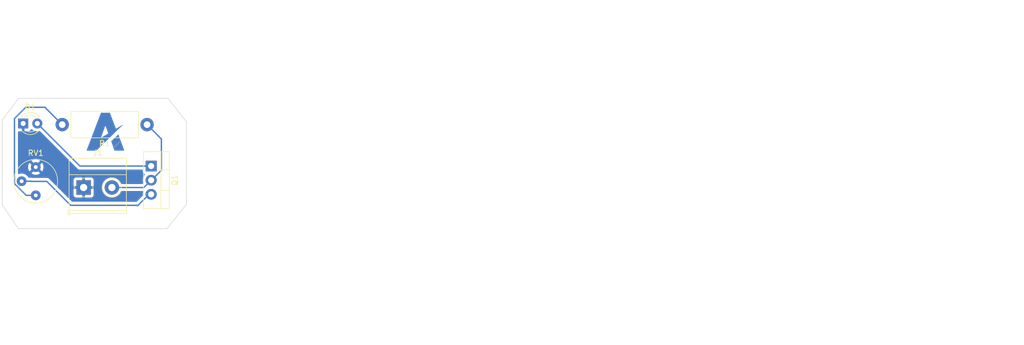
<source format=kicad_pcb>
(kicad_pcb (version 20221018) (generator pcbnew)
  (title_block (title "DC Power Supply") (date "2023-05-15") (company "Goa College of Engineering") (comment 1 "ETC DEPT") (comment 2 "TE ETC") (comment 3 "201104060") (comment 4 "Sahil shaikh"))
  (layers (0 "F.Cu" signal) (31 "B.Cu" signal) (34 "B.Paste" user) (35 "F.Paste" user) (36 "B.SilkS" user "B.Silkscreen") (37 "F.SilkS" user "F.Silkscreen") (38 "B.Mask" user) (39 "F.Mask" user) (44 "Edge.Cuts" user))
  (net 0 "")
  (net 1 "GND")
  (net 2 "Net-(J1-Pin_2)")
  (net 3 "Net-(R1-Pad2)")
  (net 4 "Net-(Q1-G)")
  (net 5 "Net-(D1-A)")
  (footprint "LED_THT:LED_D3.0mm" (layer "F.Cu") (at 80.46 52.3)
    (fp_text reference "D1" (at 1.27 -2.96) (layer "F.SilkS"))
    (fp_text value "LED")
    (pad "1" thru_hole rect (at 0 0) (size 1.8 1.8) (drill 0.9) (layers "*.Cu" "*.Mask") (net 1 "GND"))
    (pad "2" thru_hole circle (at 2.54 0) (size 1.8 1.8) (drill 0.9) (layers "*.Cu" "*.Mask") (net 5 "Net-(D1-A)"))
  )
  (footprint "Resistor_THT:R_Axial_DIN0414_L11.9mm_D4.5mm_P15.24mm_Horizontal" (layer "F.Cu") (at 102.72 52.5 180)
    (fp_text reference "R1" (at 7.62 -3.37) (layer "F.SilkS"))
    (fp_text value "1k")
    (pad "1" thru_hole circle (at 0 0 180) (size 2.4 2.4) (drill 1.2) (layers "*.Cu" "*.Mask") (net 2 "Net-(J1-Pin_2)"))
    (pad "2" thru_hole oval (at 15.24 0 180) (size 2.4 2.4) (drill 1.2) (layers "*.Cu" "*.Mask") (net 3 "Net-(R1-Pad2)"))
  )
  (footprint "Package_TO_SOT_THT:TO-220-3_Vertical" (layer "F.Cu") (at 103.455 59.944332 -90)
    (fp_text reference "Q1" (at 2.54 -4.27 90) (layer "F.SilkS"))
    (fp_text value "TIC116")
    (pad "1" thru_hole rect (at 0 0 270) (size 1.905 2) (drill 1.1) (layers "*.Cu" "*.Mask") (net 5 "Net-(D1-A)"))
    (pad "2" thru_hole oval (at 2.54 0 270) (size 1.905 2) (drill 1.1) (layers "*.Cu" "*.Mask") (net 2 "Net-(J1-Pin_2)"))
    (pad "3" thru_hole oval (at 5.08 0 270) (size 1.905 2) (drill 1.1) (layers "*.Cu" "*.Mask") (net 4 "Net-(Q1-G)"))
  )
  (footprint "TerminalBlock_Phoenix:TerminalBlock_Phoenix_MKDS-1,5-2-5.08_1x02_P5.08mm_Horizontal" (layer "F.Cu") (at 91.32 63.8)
    (fp_text reference "J1" (at 2.54 -6.26) (layer "F.SilkS"))
    (fp_text value "Screw_Terminal_01x02")
    (pad "1" thru_hole rect (at 0 0) (size 2.6 2.6) (drill 1.3) (layers "*.Cu" "*.Mask") (net 1 "GND"))
    (pad "2" thru_hole circle (at 5.08 0) (size 2.6 2.6) (drill 1.3) (layers "*.Cu" "*.Mask") (net 2 "Net-(J1-Pin_2)"))
  )
  (footprint "Potentiometer_THT:Potentiometer_Bourns_3339P_Vertical_HandSoldering" (layer "F.Cu") (at 82.724038 65.209332)
    (fp_text reference "RV1" (at 0 -7.6) (layer "F.SilkS"))
    (fp_text value "10k")
    (pad "1" thru_hole circle (at 0 0) (size 1.75 1.75) (drill 0.7) (layers "*.Cu" "*.Mask") (net 3 "Net-(R1-Pad2)"))
    (pad "2" thru_hole circle (at -2.54 -2.54) (size 1.75 1.75) (drill 0.7) (layers "*.Cu" "*.Mask") (net 4 "Net-(Q1-G)"))
    (pad "3" thru_hole circle (at 0 -5.08) (size 1.75 1.75) (drill 0.7) (layers "*.Cu" "*.Mask") (net 1 "GND"))
  )
  (gr_poly (pts (xy 95.241741 50.365594) (xy 96.04043 50.374061) (xy 96.373453 51.24895) (xy 96.872986 52.561284) (xy 96.930809 52.715045) (xy 96.981554 52.8484) (xy 97.025287 52.961581) (xy 97.062075 53.054819) (xy 97.091984 53.128346) (xy 97.11508 53.182392) (xy 97.124093 53.202183) (xy 97.131429 53.21719) (xy 97.137094 53.227444) (xy 97.141097 53.232972) (xy 97.144807 53.233955) (xy 97.151994 53.232503) (xy 97.178535 53.221286) (xy 97.224193 53.197303) (xy 97.292439 53.158536) (xy 97.510588 53.028581) (xy 97.860764 52.815283) (xy 98.083201 52.679216) (xy 98.244321 52.582406) (xy 98.302735 52.548836) (xy 98.346836 52.525217) (xy 98.376965 52.511594) (xy 98.386895 52.508546) (xy 98.393458 52.508014) (xy 98.395491 52.508693) (xy 98.396698 52.510003) (xy 98.396657 52.51452) (xy 98.393376 52.52157) (xy 98.386899 52.531159) (xy 98.364524 52.557977) (xy 98.32987 52.595018) (xy 98.225084 52.699953) (xy 98.075253 52.846328) (xy 97.909359 53.005828) (xy 97.768336 53.140192) (xy 97.711616 53.1934) (xy 97.666471 53.234868) (xy 97.634688 53.262776) (xy 97.624365 53.271077) (xy 97.618052 53.275305) (xy 97.600562 53.289637) (xy 97.564386 53.322754) (xy 97.444839 53.436878) (xy 97.277137 53.600743) (xy 97.079009 53.797416) (xy 96.380729 54.486524) (xy 95.704939 55.142558) (xy 95.186311 55.636138) (xy 95.028019 55.781576) (xy 94.981493 55.821882) (xy 94.959519 55.837883) (xy 94.957147 55.838726) (xy 94.954795 55.839664) (xy 94.950165 55.841813) (xy 94.94566 55.844301) (xy 94.941307 55.847099) (xy 94.937136 55.850179) (xy 94.933177 55.85351) (xy 94.929457 55.857065) (xy 94.926005 55.860814) (xy 94.922852 55.864728) (xy 94.920025 55.868779) (xy 94.917553 55.872937) (xy 94.91646 55.875047) (xy 94.915466 55.877174) (xy 94.914576 55.879313) (xy 94.913792 55.88146) (xy 94.91312 55.883613) (xy 94.912561 55.885767) (xy 94.91212 55.887919) (xy 94.911801 55.890066) (xy 94.911607 55.892203) (xy 94.911541 55.894327) (xy 94.911459 55.896435) (xy 94.911216 55.898525) (xy 94.910816 55.900594) (xy 94.910262 55.90264) (xy 94.90956 55.904661) (xy 94.908713 55.906655) (xy 94.907726 55.908621) (xy 94.906602 55.910555) (xy 94.905346 55.912457) (xy 94.903962 55.914323) (xy 94.900826 55.917942) (xy 94.897226 55.921395) (xy 94.893197 55.924666) (xy 94.888771 55.927739) (xy 94.883981 55.930598) (xy 94.87886 55.933224) (xy 94.873441 55.935603) (xy 94.867758 55.937716) (xy 94.861844 55.939549) (xy 94.855731 55.941084) (xy 94.849453 55.942305) (xy 94.841747 55.943561) (xy 94.83807 55.944337) (xy 94.834509 55.94521) (xy 94.831067 55.946181) (xy 94.827742 55.947248) (xy 94.824537 55.948411) (xy 94.821451 55.94967) (xy 94.818485 55.951023) (xy 94.815639 55.952472) (xy 94.812914 55.954014) (xy 94.810311 55.95565) (xy 94.807829 55.957379) (xy 94.805471 55.959201) (xy 94.803235 55.961114) (xy 94.801122 55.963119) (xy 94.799134 55.965215) (xy 94.79727 55.967401) (xy 94.795531 55.969678) (xy 94.793918 55.972043) (xy 94.792431 55.974498) (xy 94.79107 55.977041) (xy 94.789837 55.979671) (xy 94.788731 55.98239) (xy 94.787753 55.985194) (xy 94.786904 55.988086) (xy 94.786185 55.991063) (xy 94.785595 55.994125) (xy 94.785135 55.997272) (xy 94.784806 56.000503) (xy 94.784608 56.003818) (xy 94.784542 56.007216) (xy 94.784509 56.009853) (xy 94.784412 56.012469) (xy 94.784253 56.015061) (xy 94.784035 56.017623) (xy 94.783758 56.020153) (xy 94.783425 56.022645) (xy 94.783039 56.025096) (xy 94.782601 56.027501) (xy 94.782114 56.029857) (xy 94.781579 56.032159) (xy 94.780998 56.034403) (xy 94.780374 56.036585) (xy 94.779709 56.038701) (xy 94.779005 56.040747) (xy 94.778263 56.042718) (xy 94.777486 56.044611) (xy 94.776676 56.046421) (xy 94.775835 56.048144) (xy 94.774965 56.049777) (xy 94.774068 56.051314) (xy 94.773147 56.052752) (xy 94.772203 56.054087) (xy 94.771238 56.055314) (xy 94.770254 56.056429) (xy 94.769254 56.057429) (xy 94.768239 56.058309) (xy 94.767212 56.059065) (xy 94.766175 56.059693) (xy 94.765129 56.060188) (xy 94.764078 56.060547) (xy 94.763022 56.060766) (xy 94.761964 56.060839) (xy 94.756425 56.063768) (xy 94.7453 56.07236) (xy 94.707503 56.105377) (xy 94.650987 56.157577) (xy 94.578166 56.226645) (xy 94.393267 56.40612) (xy 94.172119 56.625283) (xy 93.604852 57.186906) (xy 92.727141 57.186906) (xy 92.550868 57.186399) (xy 92.386402 57.184966) (xy 92.237348 57.182739) (xy 92.107311 57.17985) (xy 91.999896 57.176433) (xy 91.918707 57.172618) (xy 91.86735 57.168539) (xy 91.853985 57.166441) (xy 91.850578 57.165385) (xy 91.84943 57.164327) (xy 91.862781 57.122573) (xy 91.898555 57.023437) (xy 92.011708 56.720886) (xy 92.137562 56.392406) (xy 92.224786 56.173728) (xy 92.235898 56.146757) (xy 92.244365 56.125706) (xy 92.25098 56.108293) (xy 92.256536 56.092236) (xy 92.260481 56.079575) (xy 94.506409 56.079575) (xy 94.506475 56.088886) (xy 94.507028 56.097705) (xy 94.508079 56.105971) (xy 94.509639 56.113624) (xy 94.511721 56.120602) (xy 94.514334 56.126847) (xy 94.517492 56.132296) (xy 94.521204 56.13689) (xy 94.525483 56.140569) (xy 94.530339 56.143271) (xy 94.535785 56.144937) (xy 94.541831 56.145506) (xy 94.547454 56.145208) (xy 94.550118 56.144834) (xy 94.552684 56.14431) (xy 94.555153 56.143635) (xy 94.557526 56.142808) (xy 94.559802 56.14183) (xy 94.561983 56.140699) (xy 94.564069 56.139415) (xy 94.56606 56.137978) (xy 94.567957 56.136387) (xy 94.569761 56.134641) (xy 94.571471 56.132741) (xy 94.573089 56.130684) (xy 94.574615 56.128472) (xy 94.57605 56.126103) (xy 94.578647 56.120893) (xy 94.580884 56.115051) (xy 94.582766 56.108572) (xy 94.584296 56.101452) (xy 94.585479 56.093688) (xy 94.586319 56.085274) (xy 94.58682 56.076208) (xy 94.586986 56.066484) (xy 94.587279 56.057863) (xy 94.588138 56.048977) (xy 94.589535 56.039893) (xy 94.59144 56.030676) (xy 94.593825 56.021394) (xy 94.59666 56.012111) (xy 94.599917 56.002895) (xy 94.603567 55.993811) (xy 94.60758 55.984926) (xy 94.611928 55.976305) (xy 94.616583 55.968014) (xy 94.621514 55.960121) (xy 94.626693 55.952691) (xy 94.632092 55.945789) (xy 94.63768 55.939484) (xy 94.64343 55.933839) (xy 94.64918 55.928488) (xy 94.654769 55.923041) (xy 94.660167 55.917536) (xy 94.665347 55.912011) (xy 94.670278 55.906502) (xy 94.674932 55.901047) (xy 94.679281 55.895683) (xy 94.683294 55.890447) (xy 94.686944 55.885377) (xy 94.690201 55.880509) (xy 94.693036 55.875881) (xy 94.695421 55.871529) (xy 94.697326 55.867492) (xy 94.698723 55.863807) (xy 94.699222 55.862107) (xy 94.699582 55.86051) (xy 94.699801 55.859019) (xy 94.699875 55.857639) (xy 94.699743 55.854339) (xy 94.699352 55.85132) (xy 94.698705 55.848578) (xy 94.697808 55.846113) (xy 94.696665 55.843923) (xy 94.69528 55.842006) (xy 94.693659 55.840361) (xy 94.691805 55.838986) (xy 94.689724 55.83788) (xy 94.687421 55.837041) (xy 94.684899 55.836467) (xy 94.682164 55.836158) (xy 94.679221 55.836111) (xy 94.676073 55.836326) (xy 94.672725 55.836799) (xy 94.669183 55.837531) (xy 94.661533 55.839761) (xy 94.653159 55.843004) (xy 94.6441 55.847248) (xy 94.634391 55.85248) (xy 94.62407 55.858687) (xy 94.613174 55.865858) (xy 94.601742 55.87398) (xy 94.589808 55.88304) (xy 94.582526 55.889503) (xy 94.575503 55.896684) (xy 94.568751 55.904521) (xy 94.562281 55.912954) (xy 94.556104 55.921922) (xy 94.550233 55.931365) (xy 94.544677 55.941222) (xy 94.539449 55.951434) (xy 94.534561 55.961939) (xy 94.530022 55.972677) (xy 94.522042 55.994611) (xy 94.5156 56.016751) (xy 94.510786 56.038614) (xy 94.509018 56.049291) (xy 94.507692 56.059717) (xy 94.506819 56.069832) (xy 94.506409 56.079575) (xy 92.260481 56.079575) (xy 92.261828 56.075253) (xy 92.267649 56.055062) (xy 92.284053 55.995928) (xy 92.286762 55.988096) (xy 92.289587 55.9805) (xy 92.292511 55.973176) (xy 92.295518 55.966163) (xy 92.298591 55.959496) (xy 92.301714 55.953214) (xy 92.304869 55.947354) (xy 92.308042 55.941953) (xy 92.309629 55.939436) (xy 92.311214 55.937048) (xy 92.312795 55.934793) (xy 92.31437 55.932676) (xy 92.315936 55.930702) (xy 92.317492 55.928875) (xy 92.319036 55.9272) (xy 92.320565 55.925681) (xy 92.322078 55.924324) (xy 92.323572 55.923132) (xy 92.325046 55.922111) (xy 92.326496 55.921266) (xy 92.327922 55.9206) (xy 92.329321 55.920118) (xy 92.330691 55.919826) (xy 92.33203 55.919728) (xy 92.333345 55.919662) (xy 92.334641 55.919467) (xy 92.335918 55.919146) (xy 92.337173 55.918703) (xy 92.338406 55.918139) (xy 92.339615 55.917458) (xy 92.340797 55.916664) (xy 92.341952 55.915759) (xy 92.344174 55.91363) (xy 92.346268 55.911096) (xy 92.348222 55.908181) (xy 92.350022 55.904911) (xy 92.351657 55.90131) (xy 92.353115 55.897404) (xy 92.354382 55.893216) (xy 92.355446 55.888772) (xy 92.356296 55.884096) (xy 92.356918 55.879214) (xy 92.3573 55.87415) (xy 92.35743 55.868928) (xy 92.357692 55.863456) (xy 92.358461 55.856636) (xy 92.361443 55.839383) (xy 92.366211 55.818029) (xy 92.3726 55.793434) (xy 92.380444 55.766457) (xy 92.389577 55.737959) (xy 92.399836 55.7088) (xy 92.411053 55.679839) (xy 92.669992 54.995097) (xy 92.731025 54.835889) (xy 94.46065 54.835889) (xy 94.460724 54.837961) (xy 94.460925 54.839768) (xy 94.46125 54.841328) (xy 94.461691 54.842658) (xy 94.462244 54.843778) (xy 94.462902 54.844704) (xy 94.46366 54.845454) (xy 94.464512 54.846046) (xy 94.465452 54.846499) (xy 94.466475 54.846829) (xy 94.467574 54.847054) (xy 94.468744 54.847193) (xy 94.471275 54.847283) (xy 94.485992 54.840884) (xy 94.520223 54.822545) (xy 94.638492 54.755208) (xy 94.808619 54.655593) (xy 95.013142 54.534017) (xy 95.408958 54.296244) (xy 95.631208 54.164305) (xy 95.669793 54.14186) (xy 95.702822 54.122325) (xy 95.716178 54.114227) (xy 95.726855 54.107552) (xy 95.734423 54.102531) (xy 95.736907 54.100713) (xy 95.738453 54.099395) (xy 95.740091 54.096377) (xy 95.740575 54.090994) (xy 95.73691 54.069761) (xy 95.725108 54.028949) (xy 95.702822 53.961811) (xy 95.617406 53.721569) (xy 95.461875 53.295061) (xy 95.382588 53.080131) (xy 95.346682 52.984804) (xy 95.314414 52.900655) (xy 95.286644 52.830001) (xy 95.264231 52.775155) (xy 95.248036 52.738433) (xy 95.242539 52.727592) (xy 95.238919 52.72215) (xy 95.234334 52.719826) (xy 95.2287 52.722216) (xy 95.212196 52.746491) (xy 95.185242 52.805692) (xy 95.143669 52.910533) (xy 95 53.3) (xy 94.747852 54.000617) (xy 94.649731 54.273601) (xy 94.60987 54.384767) (xy 94.575653 54.480571) (xy 94.560545 54.523069) (xy 94.546711 54.562154) (xy 94.534103 54.597969) (xy 94.522676 54.630656) (xy 94.512383 54.660359) (xy 94.50318 54.687219) (xy 94.495019 54.71138) (xy 94.487856 54.732983) (xy 94.481643 54.752173) (xy 94.476334 54.769091) (xy 94.471885 54.78388) (xy 94.469968 54.79052) (xy 94.468249 54.796682) (xy 94.466721 54.802383) (xy 94.465379 54.80764) (xy 94.464218 54.812473) (xy 94.463231 54.816898) (xy 94.462412 54.820933) (xy 94.461757 54.824596) (xy 94.461259 54.827906) (xy 94.460912 54.830879) (xy 94.460711 54.833534) (xy 94.46065 54.835889) (xy 92.731025 54.835889) (xy 92.975497 54.198173) (xy 94.081809 51.291284) (xy 94.294886 50.735306) (xy 94.368352 50.545158) (xy 94.406364 50.450261) (xy 94.443053 50.35995)) (fill solid) (layer "B.Cu"))
  (gr_poly (pts (xy 96.893364 56.495549) (xy 96.894647 56.495729) (xy 96.895944 56.496018) (xy 96.897251 56.496416) (xy 96.898566 56.496926) (xy 96.899886 56.497548) (xy 96.901208 56.498284) (xy 96.904315 56.5) (xy 96.907282 56.50196) (xy 96.910101 56.504144) (xy 96.912762 56.50653) (xy 96.915257 56.509098) (xy 96.917579 56.511827) (xy 96.919719 56.514696) (xy 96.921669 56.517686) (xy 96.923421 56.520775) (xy 96.924966 56.523942) (xy 96.926296 56.527168) (xy 96.927402 56.53043) (xy 96.928277 56.533709) (xy 96.928912 56.536984) (xy 96.9293 56.540234) (xy 96.929431 56.543438) (xy 96.929398 56.544753) (xy 96.9293 56.546049) (xy 96.929138 56.547326) (xy 96.928912 56.548581) (xy 96.928625 56.549814) (xy 96.928277 56.551022) (xy 96.927869 56.552205) (xy 96.927402 56.55336) (xy 96.926877 56.554487) (xy 96.926296 56.555582) (xy 96.925658 56.556646) (xy 96.924966 56.557676) (xy 96.92422 56.558671) (xy 96.923421 56.55963) (xy 96.92257 56.56055) (xy 96.921669 56.56143) (xy 96.920719 56.562269) (xy 96.919719 56.563065) (xy 96.918673 56.563817) (xy 96.917579 56.564523) (xy 96.916441 56.565181) (xy 96.915257 56.56579) (xy 96.914031 56.566348) (xy 96.912762 56.566855) (xy 96.911451 56.567307) (xy 96.910101 56.567704) (xy 96.908711 56.568045) (xy 96.907282 56.568326) (xy 96.905817 56.568548) (xy 96.904315 56.568709) (xy 96.902779 56.568806) (xy 96.901208 56.568839) (xy 96.899886 56.568782) (xy 96.898566 56.568611) (xy 96.897251 56.56833) (xy 96.895944 56.567941) (xy 96.894647 56.567446) (xy 96.893364 56.566849) (xy 96.892095 56.566151) (xy 96.890845 56.565355) (xy 96.88841 56.563482) (xy 96.886077 56.561249) (xy 96.883869 56.558677) (xy 96.881805 56.555786) (xy 96.879907 56.552598) (xy 96.878195 56.549133) (xy 96.876689 56.545412) (xy 96.875411 56.541455) (xy 96.874381 56.537283) (xy 96.87362 56.532916) (xy 96.873148 56.528376) (xy 96.872986 56.523683) (xy 96.873027 56.5216) (xy 96.873148 56.519584) (xy 96.873346 56.517638) (xy 96.87362 56.515762) (xy 96.873966 56.513959) (xy 96.874381 56.51223) (xy 96.874864 56.510576) (xy 96.875411 56.508999) (xy 96.876021 56.5075) (xy 96.876689 56.506082) (xy 96.877415 56.504745) (xy 96.878195 56.503492) (xy 96.879027 56.502323) (xy 96.879907 56.501241) (xy 96.880834 56.500247) (xy 96.881805 56.499342) (xy 96.882818 56.498527) (xy 96.883869 56.497806) (xy 96.884956 56.497178) (xy 96.886077 56.496646) (xy 96.887229 56.496211) (xy 96.88841 56.495875) (xy 96.889616 56.495639) (xy 96.890845 56.495505) (xy 96.892095 56.495475)) (fill solid) (layer "B.Cu"))
  (gr_poly (pts (xy 97.563659 54.257378) (xy 97.565994 54.257991) (xy 97.568137 54.258962) (xy 97.569136 54.259582) (xy 97.570086 54.260292) (xy 97.571839 54.261981) (xy 97.573393 54.26403) (xy 97.574746 54.266438) (xy 97.575897 54.269208) (xy 97.576844 54.272339) (xy 97.577583 54.275831) (xy 97.578114 54.279686) (xy 97.578434 54.283903) (xy 97.578541 54.288484) (xy 97.57903 54.293454) (xy 97.580465 54.300859) (xy 97.585994 54.322395) (xy 97.594764 54.351934) (xy 97.606411 54.38832) (xy 97.620572 54.430394) (xy 97.636882 54.476999) (xy 97.654979 54.526978) (xy 97.674497 54.579172) (xy 97.786328 54.874094) (xy 97.917208 55.228284) (xy 98.050558 55.586353) (xy 98.162742 55.891506) (xy 98.354653 56.413617) (xy 98.535275 56.901861) (xy 98.544563 56.926016) (xy 98.55336 56.949712) (xy 98.561636 56.972821) (xy 98.569362 56.995215) (xy 98.576509 57.016765) (xy 98.583049 57.037344) (xy 98.588952 57.056824) (xy 98.594189 57.075075) (xy 98.598732 57.09197) (xy 98.602551 57.107382) (xy 98.605618 57.121181) (xy 98.607903 57.133239) (xy 98.609378 57.143429) (xy 98.610014 57.151622) (xy 98.609782 57.157691) (xy 98.609331 57.159888) (xy 98.608652 57.161506) (xy 98.602825 57.164084) (xy 98.588759 57.166522) (xy 98.537347 57.170943) (xy 98.351478 57.177733) (xy 98.074062 57.181349) (xy 97.72812 57.181262) (xy 96.86452 57.175617) (xy 96.743164 56.822839) (xy 96.622694 56.469945) (xy 96.855321 56.469945) (xy 96.855336 56.479674) (xy 96.856052 56.503928) (xy 96.856592 56.511515) (xy 96.857658 56.518918) (xy 96.859216 56.526117) (xy 96.861228 56.533093) (xy 96.86366 56.539827) (xy 96.866477 56.5463) (xy 96.869641 56.552494) (xy 96.873118 56.558388) (xy 96.876872 56.563964) (xy 96.880867 56.569202) (xy 96.885068 56.574084) (xy 96.88944 56.57859) (xy 96.893945 56.582701) (xy 96.898549 56.586398) (xy 96.903216 56.589663) (xy 96.907911 56.592475) (xy 96.912597 56.594816) (xy 96.91724 56.596666) (xy 96.921802 56.598007) (xy 96.92625 56.59882) (xy 96.930546 56.599084) (xy 96.934657 56.598782) (xy 96.938544 56.597893) (xy 96.942174 56.5964) (xy 96.945511 56.594282) (xy 96.948518 56.591521) (xy 96.951161 56.588097) (xy 96.953403 56.583992) (xy 96.955209 56.579186) (xy 96.956543 56.573661) (xy 96.957369 56.567396) (xy 96.957653 56.560373) (xy 96.957392 56.55598) (xy 96.956622 56.551289) (xy 96.955364 56.546333) (xy 96.95364 56.541146) (xy 96.951469 56.53576) (xy 96.948872 56.53021) (xy 96.94587 56.524526) (xy 96.942483 56.518744) (xy 96.938733 56.512896) (xy 96.93464 56.507014) (xy 96.930224 56.501133) (xy 96.925506 56.495284) (xy 96.920507 56.489502) (xy 96.915248 56.483819) (xy 96.909749 56.478268) (xy 96.904031 56.472883) (xy 96.895554 56.464984) (xy 96.888078 56.458243) (xy 96.881545 56.452692) (xy 96.875896 56.448365) (xy 96.873386 56.446671) (xy 96.871075 56.445295) (xy 96.868956 56.444241) (xy 96.867022 56.443514) (xy 96.865266 56.443118) (xy 96.86368 56.443057) (xy 96.862258 56.443334) (xy 96.860992 56.443955) (xy 96.859874 56.444923) (xy 96.858898 56.446243) (xy 96.858057 56.447918) (xy 96.857342 56.449953) (xy 96.856748 56.452351) (xy 96.856266 56.455117) (xy 96.855612 56.461771) (xy 96.855321 56.469945) (xy 96.622694 56.469945) (xy 96.608403 56.42808) (xy 96.607307 56.424905) (xy 96.957653 56.424905) (xy 96.957686 56.426501) (xy 96.957784 56.42811) (xy 96.957946 56.429731) (xy 96.958171 56.43136) (xy 96.958458 56.432996) (xy 96.958806 56.434635) (xy 96.959214 56.436276) (xy 96.959681 56.437914) (xy 96.960788 56.441177) (xy 96.962117 56.444402) (xy 96.963662 56.44757) (xy 96.965414 56.450659) (xy 96.967363 56.453648) (xy 96.96841 56.455099) (xy 96.969504 56.456518) (xy 96.970642 56.457901) (xy 96.971826 56.459247) (xy 96.973052 56.460553) (xy 96.974321 56.461815) (xy 96.975631 56.463032) (xy 96.976982 56.464201) (xy 96.978372 56.465319) (xy 96.9798 56.466385) (xy 96.981266 56.467394) (xy 96.982767 56.468345) (xy 96.984304 56.469235) (xy 96.985875 56.470061) (xy 96.987421 56.470797) (xy 96.988885 56.471419) (xy 96.990268 56.471928) (xy 96.991569 56.472327) (xy 96.99279 56.472615) (xy 96.99393 56.472796) (xy 96.994991 56.47287) (xy 96.995973 56.472839) (xy 96.996877 56.472705) (xy 96.997702 56.472469) (xy 96.99845 56.472133) (xy 96.999121 56.471698) (xy 96.999715 56.471166) (xy 97.000233 56.470539) (xy 97.000676 56.469817) (xy 97.001044 56.469003) (xy 97.001338 56.468098) (xy 97.001558 56.467103) (xy 97.001704 56.466021) (xy 97.001778 56.464852) (xy 97.001779 56.463599) (xy 97.001708 56.462262) (xy 97.001353 56.459345) (xy 97.000717 56.456114) (xy 96.999804 56.452582) (xy 96.998618 56.44876) (xy 96.997164 56.444661) (xy 96.995312 56.440022) (xy 96.993464 56.435633) (xy 96.991624 56.431494) (xy 96.989794 56.427606) (xy 96.987979 56.42397) (xy 96.986182 56.420588) (xy 96.984406 56.41746) (xy 96.982656 56.414587) (xy 96.980935 56.41197) (xy 96.979246 56.409611) (xy 96.977593 56.40751) (xy 96.975981 56.405668) (xy 96.974411 56.404087) (xy 96.972889 56.402767) (xy 96.971417 56.40171) (xy 96.97 56.400917) (xy 96.96864 56.400388) (xy 96.967342 56.400124) (xy 96.96611 56.400127) (xy 96.964945 56.400398) (xy 96.963853 56.400938) (xy 96.962838 56.401747) (xy 96.961901 56.402828) (xy 96.961048 56.40418) (xy 96.960282 56.405805) (xy 96.959606 56.407703) (xy 96.959024 56.409877) (xy 96.95854 56.412327) (xy 96.958157 56.415053) (xy 96.957879 56.418058) (xy 96.95771 56.421342) (xy 96.957653 56.424905) (xy 96.607307 56.424905) (xy 96.586736 56.365285) (xy 97.030675 56.365285) (xy 97.030744 56.36985) (xy 97.031102 56.374374) (xy 97.031744 56.378838) (xy 97.032663 56.383223) (xy 97.033853 56.387511) (xy 97.035307 56.391683) (xy 97.03702 56.395721) (xy 97.038984 56.399606) (xy 97.041195 56.40332) (xy 97.043646 56.406843) (xy 97.04633 56.410158) (xy 97.049241 56.413245) (xy 97.052374 56.416086) (xy 97.055721 56.418663) (xy 97.059278 56.420956) (xy 97.063037 56.422948) (xy 97.066992 56.424619) (xy 97.071137 56.425951) (xy 97.075467 56.426926) (xy 97.079974 56.427524) (xy 97.084653 56.427728) (xy 97.086777 56.427687) (xy 97.088915 56.427564) (xy 97.091063 56.427363) (xy 97.093219 56.427083) (xy 97.095378 56.426726) (xy 97.097539 56.426295) (xy 97.101851 56.425214) (xy 97.10613 56.423852) (xy 97.110351 56.422221) (xy 97.114489 56.420334) (xy 97.11852 56.418203) (xy 97.122418 56.41584) (xy 97.126159 56.413258) (xy 97.129719 56.41047) (xy 97.133072 56.407487) (xy 97.134663 56.405927) (xy 97.136193 56.404323) (xy 97.137659 56.402676) (xy 97.139058 56.400988) (xy 97.140386 56.399262) (xy 97.141641 56.397497) (xy 97.14282 56.395696) (xy 97.143919 56.393861) (xy 97.146301 56.390323) (xy 97.148158 56.38712) (xy 97.148891 56.385645) (xy 97.149494 56.384255) (xy 97.149968 56.382952) (xy 97.150313 56.381734) (xy 97.150531 56.380604) (xy 97.15062 56.37956) (xy 97.150583 56.378605) (xy 97.150418 56.377738) (xy 97.150128 56.37696) (xy 97.149712 56.376271) (xy 97.149171 56.375672) (xy 97.148506 56.375164) (xy 97.147716 56.374746) (xy 97.146803 56.37442) (xy 97.145767 56.374186) (xy 97.144609 56.374045) (xy 97.143328 56.373996) (xy 97.141926 56.374041) (xy 97.140404 56.374181) (xy 97.13876 56.374414) (xy 97.135115 56.375167) (xy 97.130994 56.376305) (xy 97.126402 56.377831) (xy 97.121342 56.37975) (xy 97.115319 56.381632) (xy 97.109937 56.38303) (xy 97.105175 56.383923) (xy 97.103021 56.384175) (xy 97.101013 56.384292) (xy 97.09915 56.384273) (xy 97.097429 56.384115) (xy 97.095848 56.383815) (xy 97.094404 56.383372) (xy 97.093094 56.382781) (xy 97.091916 56.382041) (xy 97.090867 56.381149) (xy 97.089944 56.380103) (xy 97.089146 56.378899) (xy 97.088469 56.377536) (xy 97.087911 56.376011) (xy 97.087469 56.374321) (xy 97.087141 56.372463) (xy 97.086924 56.370435) (xy 97.086816 56.368235) (xy 97.086813 56.365859) (xy 97.087116 56.360572) (xy 97.087811 56.354554) (xy 97.088879 56.347783) (xy 97.090297 56.340239) (xy 97.09314 56.329257) (xy 97.095313 56.31959) (xy 97.096809 56.31123) (xy 97.097299 56.307537) (xy 97.097617 56.304168) (xy 97.097762 56.301121) (xy 97.097732 56.298395) (xy 97.097526 56.29599) (xy 97.097143 56.293904) (xy 97.096583 56.292136) (xy 97.095844 56.290686) (xy 97.094925 56.289552) (xy 97.093825 56.288733) (xy 97.092543 56.288229) (xy 97.091079 56.288037) (xy 97.08943 56.288158) (xy 97.087596 56.28859) (xy 97.085577 56.289332) (xy 97.08337 56.290383) (xy 97.080975 56.291742) (xy 97.078391 56.293407) (xy 97.075617 56.295379) (xy 97.072651 56.297656) (xy 97.066143 56.30312) (xy 97.058857 56.309791) (xy 97.050786 56.317661) (xy 97.047263 56.321453) (xy 97.044097 56.325408) (xy 97.041283 56.329508) (xy 97.038814 56.333734) (xy 97.036684 56.338068) (xy 97.034886 56.34249) (xy 97.033415 56.346983) (xy 97.032265 56.351528) (xy 97.031429 56.356105) (xy 97.030901 56.360697) (xy 97.030675 56.365285) (xy 96.586736 56.365285) (xy 96.544089 56.241688) (xy 97.131239 56.241688) (xy 97.131356 56.246308) (xy 97.131925 56.250986) (xy 97.132941 56.255689) (xy 97.134397 56.260384) (xy 97.136288 56.265036) (xy 97.138606 56.269612) (xy 97.141346 56.274078) (xy 97.144501 56.278402) (xy 97.148066 56.282548) (xy 97.152034 56.286484) (xy 97.156398 56.290177) (xy 97.161153 56.293592) (xy 97.166293 56.296696) (xy 97.171811 56.299455) (xy 97.177701 56.301836) (xy 97.183957 56.303805) (xy 97.190573 56.305328) (xy 97.197542 56.306373) (xy 97.212375 56.307282) (xy 97.223074 56.307828) (xy 97.226904 56.307933) (xy 97.229738 56.30791) (xy 97.231588 56.307747) (xy 97.232148 56.307609) (xy 97.232467 56.307431) (xy 97.232545 56.307211) (xy 97.232386 56.306949) (xy 97.23199 56.306642) (xy 97.231359 56.306289) (xy 97.229397 56.30544) (xy 97.226514 56.304388) (xy 97.21803 56.301626) (xy 97.206008 56.297905) (xy 97.20338 56.297079) (xy 97.200787 56.29619) (xy 97.198234 56.29524) (xy 97.195723 56.294234) (xy 97.19084 56.292064) (xy 97.186165 56.289703) (xy 97.18172 56.287177) (xy 97.177533 56.284511) (xy 97.173626 56.281728) (xy 97.170025 56.278855) (xy 97.166755 56.275916) (xy 97.165252 56.274429) (xy 97.16384 56.272935) (xy 97.162524 56.271437) (xy 97.161306 56.269938) (xy 97.160189 56.268441) (xy 97.159177 56.266949) (xy 97.158272 56.265465) (xy 97.157478 56.263993) (xy 97.156797 56.262535) (xy 97.156233 56.261095) (xy 97.15579 56.259676) (xy 97.155469 56.25828) (xy 97.155274 56.256911) (xy 97.155208 56.255572) (xy 97.155282 56.254026) (xy 97.155502 56.252562) (xy 97.155864 56.251179) (xy 97.156366 56.249878) (xy 97.157004 56.248657) (xy 97.157775 56.247517) (xy 97.158677 56.246456) (xy 97.159706 56.245474) (xy 97.160859 56.244571) (xy 97.162133 56.243745) (xy 97.163524 56.242997) (xy 97.165031 56.242327) (xy 97.168375 56.241214) (xy 97.172141 56.240403) (xy 97.176305 56.23989) (xy 97.18084 56.23967) (xy 97.185722 56.23974) (xy 97.190927 56.240094) (xy 97.19643 56.24073) (xy 97.202205 56.241643) (xy 97.208228 56.242829) (xy 97.214475 56.244283) (xy 97.222051 56.24673) (xy 97.228911 56.248776) (xy 97.232077 56.249647) (xy 97.235069 56.250416) (xy 97.237888 56.251084) (xy 97.240537 56.251648) (xy 97.243015 56.252109) (xy 97.245326 56.252466) (xy 97.24747 56.252718) (xy 97.24945 56.252866) (xy 97.251266 56.252908) (xy 97.25292 56.252844) (xy 97.254414 56.252674) (xy 97.25575 56.252397) (xy 97.256929 56.252013) (xy 97.257951 56.25152) (xy 97.25882 56.250919) (xy 97.259537 56.250209) (xy 97.260102 56.249389) (xy 97.260519 56.248459) (xy 97.260787 56.247419) (xy 97.260909 56.246267) (xy 97.260887 56.245004) (xy 97.260721 56.243629) (xy 97.260414 56.242141) (xy 97.259967 56.24054) (xy 97.259381 56.238825) (xy 97.258658 56.236996) (xy 97.2578 56.235053) (xy 97.256809 56.232994) (xy 97.254433 56.229855) (xy 97.251566 56.226798) (xy 97.248245 56.223841) (xy 97.244505 56.221) (xy 97.240386 56.218291) (xy 97.235923 56.21573) (xy 97.231154 56.213335) (xy 97.226116 56.211122) (xy 97.220848 56.209108) (xy 97.215384 56.207308) (xy 97.209764 56.20574) (xy 97.204024 56.20442) (xy 97.198201 56.203364) (xy 97.192332 56.20259) (xy 97.186456 56.202113) (xy 97.180608 56.20195) (xy 97.173736 56.202226) (xy 97.167404 56.20303) (xy 97.161605 56.204329) (xy 97.156333 56.20609) (xy 97.151582 56.208278) (xy 97.147345 56.210861) (xy 97.143617 56.213805) (xy 97.140392 56.217075) (xy 97.137662 56.22064) (xy 97.135423 56.224464) (xy 97.133667 56.228514) (xy 97.132388 56.232757) (xy 97.131581 56.23716) (xy 97.131239 56.241688) (xy 96.544089 56.241688) (xy 96.51043 56.144136) (xy 97.241232 56.144136) (xy 97.241277 56.147785) (xy 97.241606 56.151376) (xy 97.24222 56.154902) (xy 97.24312 56.158359) (xy 97.244308 56.16174) (xy 97.245784 56.16504) (xy 97.247549 56.168254) (xy 97.249605 56.171375) (xy 97.251952 56.174397) (xy 97.254592 56.177316) (xy 97.257526 56.180125) (xy 97.260753 56.182819) (xy 97.264277 56.185392) (xy 97.268097 56.187839) (xy 97.271107 56.189196) (xy 97.27249 56.189704) (xy 97.273791 56.190099) (xy 97.275012 56.190382) (xy 97.276152 56.190555) (xy 97.277213 56.190618) (xy 97.278195 56.190573) (xy 97.279099 56.19042) (xy 97.279924 56.190161) (xy 97.280672 56.189796) (xy 97.281343 56.189327) (xy 97.281937 56.188755) (xy 97.282456 56.18808) (xy 97.282899 56.187304) (xy 97.283267 56.186428) (xy 97.28356 56.185452) (xy 97.28378 56.184379) (xy 97.283926 56.183208) (xy 97.284 56.181941) (xy 97.28393 56.179123) (xy 97.283575 56.175933) (xy 97.282939 56.172379) (xy 97.282026 56.168469) (xy 97.28084 56.164212) (xy 97.279385 56.159617) (xy 97.277005 56.15406) (xy 97.275158 56.149033) (xy 97.274435 56.146718) (xy 97.273848 56.144535) (xy 97.273396 56.142485) (xy 97.27308 56.140567) (xy 97.2729 56.138781) (xy 97.272857 56.137127) (xy 97.272952 56.135606) (xy 97.273185 56.134217) (xy 97.273556 56.13296) (xy 97.274066 56.131835) (xy 97.274716 56.130843) (xy 97.275505 56.129983) (xy 97.276436 56.129256) (xy 97.277507 56.12866) (xy 97.27872 56.128197) (xy 97.280075 56.127866) (xy 97.281573 56.127668) (xy 97.283213 56.127602) (xy 97.284998 56.127668) (xy 97.286927 56.127866) (xy 97.289 56.128197) (xy 97.291218 56.12866) (xy 97.293583 56.129255) (xy 97.296093 56.129983) (xy 97.301555 56.131835) (xy 97.307608 56.134216) (xy 97.314126 56.136595) (xy 97.319928 56.138433) (xy 97.325027 56.139717) (xy 97.327317 56.140147) (xy 97.329436 56.140434) (xy 97.331386 56.140576) (xy 97.333168 56.140572) (xy 97.334783 56.140421) (xy 97.336233 56.14012) (xy 97.33752 56.139668) (xy 97.338645 56.139063) (xy 97.33961 56.138305) (xy 97.340417 56.137391) (xy 97.341066 56.13632) (xy 97.34156 56.135091) (xy 97.3419 56.133701) (xy 97.342087 56.132149) (xy 97.342123 56.130434) (xy 97.34201 56.128555) (xy 97.34175 56.126509) (xy 97.341343 56.124294) (xy 97.340791 56.121911) (xy 97.340096 56.119356) (xy 97.338284 56.113728) (xy 97.335917 56.107396) (xy 97.333009 56.10035) (xy 97.33007 56.091913) (xy 97.327623 56.08458) (xy 97.325697 56.07833) (xy 97.324321 56.073142) (xy 97.323849 56.07094) (xy 97.323524 56.068996) (xy 97.323352 56.067308) (xy 97.323335 56.065872) (xy 97.323477 56.064686) (xy 97.323782 56.063747) (xy 97.324253 56.063054) (xy 97.324895 56.062603) (xy 97.32571 56.062392) (xy 97.326702 56.062418) (xy 97.327875 56.062678) (xy 97.329233 56.063171) (xy 97.330779 56.063893) (xy 97.332516 56.064842) (xy 97.336581 56.06741) (xy 97.341456 56.070854) (xy 97.34717 56.075154) (xy 97.361231 56.086239) (xy 97.363604 56.088049) (xy 97.365956 56.089776) (xy 97.368284 56.091416) (xy 97.370585 56.092969) (xy 97.372855 56.094433) (xy 97.375091 56.095807) (xy 97.377288 56.097089) (xy 97.379443 56.098277) (xy 97.381553 56.09937) (xy 97.383614 56.100367) (xy 97.385622 56.101265) (xy 97.387573 56.102064) (xy 97.389465 56.102761) (xy 97.391293 56.103356) (xy 97.393054 56.103846) (xy 97.394744 56.10423) (xy 97.39636 56.104507) (xy 97.397898 56.104675) (xy 97.399354 56.104732) (xy 97.400725 56.104677) (xy 97.402007 56.104508) (xy 97.403196 56.104224) (xy 97.40429 56.103824) (xy 97.405283 56.103304) (xy 97.406174 56.102666) (xy 97.406957 56.101905) (xy 97.40763 56.101022) (xy 97.408188 56.100014) (xy 97.408629 56.09888) (xy 97.408948 56.097618) (xy 97.409142 56.096227) (xy 97.409208 56.094706) (xy 97.409004 56.090564) (xy 97.408403 56.086608) (xy 97.407422 56.082843) (xy 97.406077 56.079272) (xy 97.404385 56.075899) (xy 97.402362 56.072729) (xy 97.400025 56.069765) (xy 97.39739 56.067012) (xy 97.394474 56.064475) (xy 97.391293 56.062156) (xy 97.387865 56.060061) (xy 97.384205 56.058193) (xy 97.38033 56.056556) (xy 97.376256 56.055156) (xy 97.372001 56.053995) (xy 97.36758 56.053077) (xy 97.363011 56.052408) (xy 97.358309 56.051991) (xy 97.353491 56.051831) (xy 97.348574 56.051931) (xy 97.343575 56.052295) (xy 97.338509 56.052929) (xy 97.333394 56.053835) (xy 97.328246 56.055018) (xy 97.323081 56.056482) (xy 97.317916 56.058231) (xy 97.312768 56.06027) (xy 97.307652 56.062603) (xy 97.302587 56.065233) (xy 97.297587 56.068164) (xy 97.29267 56.071402) (xy 97.287853 56.07495) (xy 97.282958 56.078678) (xy 97.278329 56.08245) (xy 97.273967 56.08626) (xy 97.269872 56.090103) (xy 97.266046 56.093972) (xy 97.26249 56.097863) (xy 97.259205 56.10177) (xy 97.256191 56.105686) (xy 97.25345 56.109606) (xy 97.250984 56.113525) (xy 97.248792 56.117436) (xy 97.246876 56.121335) (xy 97.245237 56.125215) (xy 97.243876 56.12907) (xy 97.242794 56.132896) (xy 97.241992 56.136686) (xy 97.241471 56.140435) (xy 97.241232 56.144136) (xy 96.51043 56.144136) (xy 96.452475 55.976172) (xy 96.448217 55.963825) (xy 97.412031 55.963825) (xy 97.412427 55.969977) (xy 97.413618 55.977523) (xy 97.415602 55.986366) (xy 97.418381 55.996413) (xy 97.421952 56.007567) (xy 97.426318 56.019735) (xy 97.431477 56.03282) (xy 97.43743 56.046728) (xy 97.440506 56.053243) (xy 97.443384 56.059026) (xy 97.446063 56.064073) (xy 97.448543 56.06838) (xy 97.449709 56.070254) (xy 97.450825 56.071943) (xy 97.451892 56.073444) (xy 97.452909 56.074757) (xy 97.453876 56.075883) (xy 97.454794 56.076819) (xy 97.455662 56.077567) (xy 97.45648 56.078125) (xy 97.457249 56.078493) (xy 97.457969 56.07867) (xy 97.458638 56.078656) (xy 97.459259 56.07845) (xy 97.459829 56.078052) (xy 97.46035 56.077462) (xy 97.460821 56.076678) (xy 97.461243 56.0757) (xy 97.461615 56.074528) (xy 97.461937 56.073161) (xy 97.46221 56.071599) (xy 97.462433 56.069841) (xy 97.462607 56.067886) (xy 97.462731 56.065735) (xy 97.46283 56.060839) (xy 97.4627 56.056416) (xy 97.462318 56.051645) (xy 97.461695 56.046577) (xy 97.460846 56.04126) (xy 97.459781 56.035745) (xy 97.458514 56.030081) (xy 97.457057 56.024318) (xy 97.455422 56.018506) (xy 97.453622 56.012693) (xy 97.451668 56.00693) (xy 97.449574 56.001267) (xy 97.447352 55.995752) (xy 97.445014 55.990435) (xy 97.442573 55.985367) (xy 97.440041 55.980596) (xy 97.43743 55.976172) (xy 97.431477 55.967756) (xy 97.426318 55.961494) (xy 97.421952 55.95729) (xy 97.420067 55.955931) (xy 97.418381 55.95505) (xy 97.416892 55.954637) (xy 97.415602 55.954679) (xy 97.414511 55.955164) (xy 97.413618 55.956081) (xy 97.412924 55.957417) (xy 97.412427 55.959161) (xy 97.412031 55.963825) (xy 96.448217 55.963825) (xy 96.419944 55.881832) (xy 97.455071 55.881832) (xy 97.455111 55.883838) (xy 97.455345 55.885885) (xy 97.455775 55.887978) (xy 97.456404 55.89012) (xy 97.457233 55.892316) (xy 97.458265 55.894569) (xy 97.459501 55.896885) (xy 97.460944 55.899267) (xy 97.462596 55.901719) (xy 97.464459 55.904246) (xy 97.466534 55.906851) (xy 97.471333 55.912314) (xy 97.477007 55.91814) (xy 97.483575 55.924364) (xy 97.491052 55.931017) (xy 97.496358 55.935598) (xy 97.501684 55.939818) (xy 97.507016 55.943679) (xy 97.51234 55.947184) (xy 97.517644 55.950336) (xy 97.522914 55.953136) (xy 97.528136 55.955589) (xy 97.533298 55.957696) (xy 97.538385 55.959459) (xy 97.543384 55.960882) (xy 97.548281 55.961967) (xy 97.553064 55.962717) (xy 97.557719 55.963134) (xy 97.562232 55.963221) (xy 97.566591 55.96298) (xy 97.57078 55.962414) (xy 97.574788 55.961526) (xy 97.578601 55.960317) (xy 97.582205 55.958792) (xy 97.585586 55.956951) (xy 97.588732 55.954799) (xy 97.591629 55.952337) (xy 97.594263 55.949568) (xy 97.596621 55.946495) (xy 97.59869 55.94312) (xy 97.600456 55.939446) (xy 97.601906 55.935475) (xy 97.603026 55.93121) (xy 97.603803 55.926653) (xy 97.604224 55.921808) (xy 97.604274 55.916677) (xy 97.603941 55.911262) (xy 97.603875 55.906797) (xy 97.603677 55.902927) (xy 97.603346 55.899653) (xy 97.603131 55.898239) (xy 97.602883 55.896974) (xy 97.602602 55.895857) (xy 97.602288 55.89489) (xy 97.60194 55.894071) (xy 97.60156 55.893402) (xy 97.601147 55.892881) (xy 97.6007 55.892509) (xy 97.600221 55.892285) (xy 97.599708 55.892211) (xy 97.599162 55.892285) (xy 97.598584 55.892509) (xy 97.597972 55.892881) (xy 97.597327 55.893402) (xy 97.596649 55.894071) (xy 97.595938 55.89489) (xy 97.595194 55.895857) (xy 97.594417 55.896974) (xy 97.592763 55.899653) (xy 97.590977 55.902927) (xy 97.589059 55.906797) (xy 97.587009 55.911262) (xy 97.584812 55.916595) (xy 97.582468 55.921489) (xy 97.579994 55.925947) (xy 97.577406 55.929975) (xy 97.574724 55.93358) (xy 97.571965 55.936767) (xy 97.569145 55.939541) (xy 97.566283 55.941909) (xy 97.563396 55.943875) (xy 97.560502 55.945447) (xy 97.557618 55.946629) (xy 97.554762 55.947426) (xy 97.551952 55.947846) (xy 97.549205 55.947893) (xy 97.546538 55.947573) (xy 97.543969 55.946892) (xy 97.541517 55.945855) (xy 97.539197 55.944469) (xy 97.537029 55.942738) (xy 97.535029 55.940669) (xy 97.533215 55.938267) (xy 97.531604 55.935538) (xy 97.530215 55.932487) (xy 97.529065 55.929121) (xy 97.52817 55.925444) (xy 97.52755 55.921464) (xy 97.527221 55.917184) (xy 97.527202 55.912612) (xy 97.527508 55.907752) (xy 97.528159 55.902611) (xy 97.529172 55.897193) (xy 97.530564 55.891506) (xy 97.532875 55.880955) (xy 97.5345 55.87153) (xy 97.535047 55.867238) (xy 97.535413 55.863228) (xy 97.535596 55.859499) (xy 97.535591 55.856051) (xy 97.535396 55.852885) (xy 97.535008 55.849999) (xy 97.534424 55.847395) (xy 97.53364 55.845071) (xy 97.532653 55.843029) (xy 97.531461 55.841268) (xy 97.53006 55.839788) (xy 97.528447 55.838589) (xy 97.52662 55.837671) (xy 97.524574 55.837035) (xy 97.522307 55.836679) (xy 97.519815 55.836605) (xy 97.517097 55.836811) (xy 97.514148 55.837299) (xy 97.510965 55.838068) (xy 97.507545 55.839118) (xy 97.503886 55.840449) (xy 97.499984 55.842061) (xy 97.495836 55.843955) (xy 97.491439 55.846129) (xy 97.481885 55.851322) (xy 97.471298 55.857639) (xy 97.466869 55.861315) (xy 97.464907 55.863139) (xy 97.463117 55.864959) (xy 97.461501 55.866778) (xy 97.460061 55.868602) (xy 97.458798 55.870434) (xy 97.457715 55.872279) (xy 97.456814 55.87414) (xy 97.456098 55.876022) (xy 97.455567 55.877928) (xy 97.455224 55.879864) (xy 97.455071 55.881832) (xy 96.419944 55.881832) (xy 96.374288 55.749429) (xy 97.480341 55.749429) (xy 97.480389 55.751531) (xy 97.480572 55.753393) (xy 97.480894 55.755019) (xy 97.481359 55.756412) (xy 97.48197 55.757573) (xy 97.48273 55.758507) (xy 97.483645 55.759214) (xy 97.484716 55.759698) (xy 97.485948 55.759962) (xy 97.487344 55.760007) (xy 97.488909 55.759837) (xy 97.490645 55.759454) (xy 97.492556 55.758861) (xy 97.494645 55.75806) (xy 97.496918 55.757054) (xy 97.502024 55.754436) (xy 97.507903 55.751029) (xy 97.514585 55.746853) (xy 97.522097 55.741928) (xy 97.52471 55.740316) (xy 97.525234 55.739975) (xy 97.636539 55.739975) (xy 97.63657 55.744028) (xy 97.636844 55.748075) (xy 97.637362 55.752097) (xy 97.638126 55.756081) (xy 97.639137 55.760009) (xy 97.640398 55.763866) (xy 97.641909 55.767636) (xy 97.643673 55.771303) (xy 97.64569 55.77485) (xy 97.647962 55.778261) (xy 97.650492 55.781521) (xy 97.653279 55.784614) (xy 97.656327 55.787523) (xy 97.659636 55.790233) (xy 97.663208 55.792728) (xy 97.666218 55.794549) (xy 97.667599 55.79524) (xy 97.668897 55.795787) (xy 97.670112 55.796191) (xy 97.671245 55.796455) (xy 97.672295 55.796578) (xy 97.673262 55.796564) (xy 97.674147 55.796414) (xy 97.674949 55.796128) (xy 97.675669 55.795709) (xy 97.676305 55.795159) (xy 97.676859 55.794478) (xy 97.67733 55.793668) (xy 97.677719 55.792732) (xy 97.678025 55.791669) (xy 97.678248 55.790483) (xy 97.678389 55.789174) (xy 97.678422 55.786196) (xy 97.678124 55.782746) (xy 97.677496 55.778837) (xy 97.676537 55.774482) (xy 97.675247 55.769692) (xy 97.673627 55.764481) (xy 97.671675 55.758861) (xy 97.668736 55.751385) (xy 97.666285 55.744827) (xy 97.664346 55.739179) (xy 97.662944 55.734431) (xy 97.662453 55.732393) (xy 97.662105 55.730577) (xy 97.661904 55.728982) (xy 97.661853 55.727607) (xy 97.661954 55.726452) (xy 97.662212 55.725514) (xy 97.662629 55.724794) (xy 97.663209 55.724289) (xy 97.663953 55.723999) (xy 97.664866 55.723924) (xy 97.665951 55.724061) (xy 97.66721 55.72441) (xy 97.668648 55.72497) (xy 97.670266 55.72574) (xy 97.672067 55.726719) (xy 97.674057 55.727905) (xy 97.678608 55.730897) (xy 97.683945 55.734707) (xy 97.690093 55.739327) (xy 97.697075 55.74475) (xy 97.70409 55.750171) (xy 97.710332 55.754782) (xy 97.715821 55.758566) (xy 97.720579 55.761507) (xy 97.72269 55.762656) (xy 97.724626 55.763588) (xy 97.726389 55.7643) (xy 97.727982 55.764792) (xy 97.729408 55.76506) (xy 97.730668 55.765104) (xy 97.731767 55.764919) (xy 97.732706 55.764505) (xy 97.733488 55.76386) (xy 97.734115 55.762981) (xy 97.73459 55.761867) (xy 97.734916 55.760514) (xy 97.735095 55.758922) (xy 97.73513 55.757089) (xy 97.735024 55.755011) (xy 97.734778 55.752687) (xy 97.733881 55.747293) (xy 97.732458 55.740891) (xy 97.73053 55.733463) (xy 97.72812 55.724994) (xy 97.724956 55.71273) (xy 97.723394 55.706967) (xy 97.721858 55.701491) (xy 97.720354 55.696328) (xy 97.718892 55.691508) (xy 97.71748 55.687061) (xy 97.716125 55.683014) (xy 97.714836 55.679397) (xy 97.713622 55.676239) (xy 97.712491 55.673569) (xy 97.711451 55.671416) (xy 97.710509 55.669809) (xy 97.710079 55.669218) (xy 97.709676 55.668776) (xy 97.709302 55.668484) (xy 97.708958 55.668346) (xy 97.708645 55.668367) (xy 97.708364 55.668549) (xy 97.696369 55.673841) (xy 97.684551 55.679266) (xy 97.678113 55.682325) (xy 97.671675 55.685484) (xy 97.667814 55.687209) (xy 97.66417 55.6892) (xy 97.660744 55.691439) (xy 97.657537 55.693912) (xy 97.654551 55.696601) (xy 97.651788 55.699492) (xy 97.64925 55.702568) (xy 97.646937 55.705812) (xy 97.644851 55.70921) (xy 97.642995 55.712744) (xy 97.641369 55.7164) (xy 97.639975 55.72016) (xy 97.638814 55.724009) (xy 97.637889 55.727932) (xy 97.6372 55.731911) (xy 97.63675 55.73593) (xy 97.636539 55.739975) (xy 97.525234 55.739975) (xy 97.527254 55.738659) (xy 97.532129 55.735225) (xy 97.536707 55.731659) (xy 97.540971 55.727993) (xy 97.544904 55.724261) (xy 97.548489 55.720496) (xy 97.551711 55.716732) (xy 97.554553 55.713) (xy 97.556997 55.709334) (xy 97.558066 55.707537) (xy 97.559029 55.705768) (xy 97.559884 55.704032) (xy 97.56063 55.702334) (xy 97.561264 55.700677) (xy 97.561784 55.699065) (xy 97.562189 55.697503) (xy 97.562476 55.695995) (xy 97.562643 55.694544) (xy 97.562688 55.693156) (xy 97.562609 55.691834) (xy 97.562404 55.690582) (xy 97.562071 55.689404) (xy 97.561608 55.688305) (xy 97.559194 55.684758) (xy 97.556721 55.681522) (xy 97.554194 55.678597) (xy 97.55162 55.67598) (xy 97.549004 55.673669) (xy 97.546353 55.671661) (xy 97.543673 55.669956) (xy 97.54097 55.66855) (xy 97.538251 55.667442) (xy 97.535522 55.666629) (xy 97.532788 55.66611) (xy 97.530057 55.665882) (xy 97.527333 55.665944) (xy 97.524624 55.666293) (xy 97.521936 55.666927) (xy 97.519275 55.667844) (xy 97.516647 55.669043) (xy 97.514058 55.67052) (xy 97.511514 55.672275) (xy 97.509022 55.674305) (xy 97.506588 55.676607) (xy 97.504219 55.67918) (xy 97.501919 55.682022) (xy 97.499696 55.68513) (xy 97.497555 55.688504) (xy 97.495504 55.692139) (xy 97.493547 55.696035) (xy 97.491692 55.70019) (xy 97.489945 55.7046) (xy 97.488311 55.709265) (xy 97.486796 55.714183) (xy 97.485408 55.71935) (xy 97.483495 55.72782) (xy 97.482008 55.735252) (xy 97.480975 55.741668) (xy 97.480638 55.744501) (xy 97.480426 55.747087) (xy 97.480341 55.749429) (xy 96.374288 55.749429) (xy 96.339375 55.648183) (xy 97.814148 55.648183) (xy 97.814275 55.648874) (xy 97.814567 55.649582) (xy 97.815026 55.650306) (xy 97.815653 55.651043) (xy 97.816449 55.651794) (xy 97.817416 55.652555) (xy 97.818556 55.653325) (xy 97.81987 55.654103) (xy 97.821359 55.654887) (xy 97.823026 55.655676) (xy 97.824872 55.656468) (xy 97.826898 55.657261) (xy 97.828766 55.658022) (xy 97.830662 55.658718) (xy 97.834526 55.659918) (xy 97.838456 55.66087) (xy 97.842419 55.661583) (xy 97.846383 55.662064) (xy 97.850313 55.662321) (xy 97.854177 55.662364) (xy 97.857942 55.6622) (xy 97.861574 55.661838) (xy 97.865041 55.661285) (xy 97.86831 55.66055) (xy 97.871347 55.659642) (xy 97.87412 55.658569) (xy 97.875397 55.657972) (xy 97.876595 55.657338) (xy 97.87771 55.656666) (xy 97.878739 55.655958) (xy 97.879677 55.655216) (xy 97.880519 55.654438) (xy 97.881496 55.653645) (xy 97.882309 55.652854) (xy 97.882962 55.652067) (xy 97.883458 55.651286) (xy 97.883798 55.650513) (xy 97.883986 55.649751) (xy 97.884024 55.649001) (xy 97.883915 55.648265) (xy 97.883661 55.647546) (xy 97.883265 55.646846) (xy 97.88273 55.646166) (xy 97.882057 55.645509) (xy 97.881251 55.644877) (xy 97.880312 55.644272) (xy 97.87805 55.64315) (xy 97.875292 55.64216) (xy 97.872058 55.64132) (xy 97.86837 55.640645) (xy 97.864247 55.640151) (xy 97.859711 55.639856) (xy 97.854783 55.639776) (xy 97.849482 55.639928) (xy 97.84383 55.640327) (xy 97.840986 55.640352) (xy 97.838276 55.640424) (xy 97.835701 55.640543) (xy 97.833263 55.640708) (xy 97.830964 55.640915) (xy 97.828805 55.641164) (xy 97.826787 55.641454) (xy 97.824913 55.641782) (xy 97.823183 55.642148) (xy 97.821599 55.642549) (xy 97.820164 55.642985) (xy 97.818877 55.643453) (xy 97.817741 55.643952) (xy 97.816758 55.64448) (xy 97.815929 55.645037) (xy 97.815256 55.645619) (xy 97.814739 55.646227) (xy 97.814381 55.646857) (xy 97.814184 55.64751) (xy 97.814148 55.648183) (xy 96.339375 55.648183) (xy 96.317306 55.584183) (xy 97.790222 55.584183) (xy 97.790253 55.585338) (xy 97.790387 55.586465) (xy 97.790623 55.587561) (xy 97.790959 55.588624) (xy 97.791394 55.589655) (xy 97.791926 55.59065) (xy 97.792553 55.591608) (xy 97.793275 55.592528) (xy 97.794089 55.593409) (xy 97.794994 55.594248) (xy 97.795989 55.595044) (xy 97.797071 55.595795) (xy 97.79824 55.596501) (xy 97.799493 55.597159) (xy 97.80083 55.597768) (xy 97.802248 55.598327) (xy 97.803746 55.598833) (xy 97.805323 55.599285) (xy 97.806977 55.599682) (xy 97.808706 55.600023) (xy 97.810509 55.600305) (xy 97.812385 55.600527) (xy 97.814331 55.600687) (xy 97.81843 55.600817) (xy 97.820538 55.600784) (xy 97.822626 55.600687) (xy 97.824692 55.600527) (xy 97.826732 55.600305) (xy 97.828742 55.600023) (xy 97.830721 55.599682) (xy 97.832665 55.599285) (xy 97.83457 55.598833) (xy 97.836434 55.598327) (xy 97.838253 55.597768) (xy 97.840025 55.597159) (xy 97.841747 55.596501) (xy 97.843414 55.595795) (xy 97.845025 55.595044) (xy 97.846576 55.594248) (xy 97.848064 55.593409) (xy 97.849485 55.592528) (xy 97.850838 55.591608) (xy 97.852118 55.59065) (xy 97.853322 55.589655) (xy 97.854448 55.588624) (xy 97.855493 55.587561) (xy 97.856452 55.586465) (xy 97.857324 55.585338) (xy 97.858105 55.584183) (xy 97.858792 55.583) (xy 97.859381 55.581792) (xy 97.859871 55.580559) (xy 97.860257 55.579304) (xy 97.860536 55.578027) (xy 97.860706 55.576731) (xy 97.860764 55.575416) (xy 97.860731 55.574358) (xy 97.860633 55.573302) (xy 97.860473 55.572251) (xy 97.860251 55.571205) (xy 97.859969 55.570168) (xy 97.859629 55.569141) (xy 97.859232 55.568126) (xy 97.858779 55.567126) (xy 97.858273 55.566143) (xy 97.857715 55.565178) (xy 97.857106 55.564233) (xy 97.856448 55.563312) (xy 97.855742 55.562415) (xy 97.85499 55.561545) (xy 97.854194 55.560704) (xy 97.853355 55.559894) (xy 97.852475 55.559117) (xy 97.851555 55.558376) (xy 97.850597 55.557671) (xy 97.849602 55.557006) (xy 97.848572 55.556382) (xy 97.847508 55.555802) (xy 97.846412 55.555267) (xy 97.845286 55.554779) (xy 97.844131 55.554341) (xy 97.842948 55.553955) (xy 97.841739 55.553623) (xy 97.840507 55.553346) (xy 97.839251 55.553127) (xy 97.837975 55.552968) (xy 97.836678 55.552871) (xy 97.835364 55.552839) (xy 97.833777 55.552871) (xy 97.832191 55.552968) (xy 97.830608 55.553127) (xy 97.82903 55.553346) (xy 97.827459 55.553623) (xy 97.825895 55.553955) (xy 97.82434 55.554341) (xy 97.822796 55.554779) (xy 97.819747 55.555802) (xy 97.81676 55.557006) (xy 97.813848 55.558376) (xy 97.811022 55.559894) (xy 97.808295 55.561545) (xy 97.805681 55.563312) (xy 97.80319 55.565178) (xy 97.800835 55.567126) (xy 97.79863 55.569141) (xy 97.796586 55.571205) (xy 97.794715 55.573302) (xy 97.79303 55.575416) (xy 97.792294 55.576731) (xy 97.791672 55.578027) (xy 97.791163 55.579304) (xy 97.790765 55.580559) (xy 97.790477 55.581792) (xy 97.790296 55.583) (xy 97.790222 55.584183) (xy 96.317306 55.584183) (xy 96.283142 55.485105) (xy 96.853231 54.93195) (xy 97.07892 54.713625) (xy 97.27233 54.525197) (xy 97.412824 54.387041) (xy 97.456778 54.34318) (xy 97.479764 54.319528) (xy 97.48551 54.313087) (xy 97.491105 54.306994) (xy 97.496547 54.301249) (xy 97.501835 54.295853) (xy 97.506965 54.290806) (xy 97.511936 54.28611) (xy 97.516745 54.281763) (xy 97.521392 54.277768) (xy 97.525873 54.274123) (xy 97.530186 54.270831) (xy 97.53433 54.267891) (xy 97.538303 54.265305) (xy 97.542102 54.263071) (xy 97.545725 54.261192) (xy 97.54917 54.259667) (xy 97.552436 54.258497) (xy 97.55552 54.257683) (xy 97.558419 54.257225) (xy 97.561133 54.257123)) (fill solid) (layer "B.Cu"))
  (gr_line (start 76.7 66.9) (end 76.7 51.7) (stroke (width 0.1)) (layer "Edge.Cuts"))
  (gr_line (start 76.7 51.7) (end 79.6 47.8) (stroke (width 0.1)) (layer "Edge.Cuts"))
  (gr_line (start 109.8 52) (end 109.8 66.8) (stroke (width 0.1)) (layer "Edge.Cuts"))
  (gr_line (start 106.3 71.2) (end 79.6 71.2) (stroke (width 0.1)) (layer "Edge.Cuts"))
  (gr_line (start 79.6 71.2) (end 76.7 66.9) (stroke (width 0.1)) (layer "Edge.Cuts"))
  (gr_line (start 79.6 47.8) (end 106.5 47.8) (stroke (width 0.1)) (layer "Edge.Cuts"))
  (gr_line (start 109.8 66.8) (end 106.3 71.2) (stroke (width 0.1)) (layer "Edge.Cuts"))
  (gr_line (start 106.5 47.8) (end 109.8 52) (stroke (width 0.1)) (layer "Edge.Cuts"))
  (segment (start 102.139332 63.8) (end 103.455 62.484332) (width 0.25) (layer "B.Cu") (net 2))
  (segment (start 102.72 52.5) (end 104.78 54.56) (width 0.25) (layer "B.Cu") (net 2))
  (segment (start 104.78 54.58) (end 105.3 55.1) (width 0.25) (layer "B.Cu") (net 2))
  (segment (start 104.78 54.56) (end 104.78 54.58) (width 0.25) (layer "B.Cu") (net 2))
  (segment (start 105.3 55.1) (end 105.3 60.701832) (width 0.25) (layer "B.Cu") (net 2))
  (segment (start 96.4 63.8) (end 102.139332 63.8) (width 0.25) (layer "B.Cu") (net 2))
  (segment (start 103.5175 62.484332) (end 103.455 62.484332) (width 0.25) (layer "B.Cu") (net 2))
  (segment (start 105.3 60.701832) (end 103.5175 62.484332) (width 0.25) (layer "B.Cu") (net 2))
  (segment (start 87.48 52.5) (end 84.370402 49.390402) (width 0.25) (layer "B.Cu") (net 3))
  (segment (start 84.370402 49.390402) (end 80.919598 49.390402) (width 0.25) (layer "B.Cu") (net 3))
  (segment (start 78.9 51.41) (end 78.9 63.1) (width 0.25) (layer "B.Cu") (net 3))
  (segment (start 78.9 63.1) (end 81.009332 65.209332) (width 0.25) (layer "B.Cu") (net 3))
  (segment (start 81.009332 65.209332) (end 82.724038 65.209332) (width 0.25) (layer "B.Cu") (net 3))
  (segment (start 80.919598 49.390402) (end 78.9 51.41) (width 0.25) (layer "B.Cu") (net 3))
  (segment (start 84.7 62.7) (end 89 67) (width 0.25) (layer "B.Cu") (net 4))
  (segment (start 81.911763 62.7) (end 84.7 62.7) (width 0.25) (layer "B.Cu") (net 4))
  (segment (start 89 67) (end 100.9 67) (width 0.25) (layer "B.Cu") (net 4))
  (segment (start 100.9 67) (end 101 67.1) (width 0.25) (layer "B.Cu") (net 4))
  (segment (start 103.075668 65.024332) (end 103.455 65.024332) (width 0.25) (layer "B.Cu") (net 4))
  (segment (start 81.881095 62.669332) (end 81.911763 62.7) (width 0.25) (layer "B.Cu") (net 4))
  (segment (start 80.184038 62.669332) (end 81.881095 62.669332) (width 0.25) (layer "B.Cu") (net 4))
  (segment (start 101 67.1) (end 103.075668 65.024332) (width 0.25) (layer "B.Cu") (net 4))
  (segment (start 83 52.3) (end 90.644332 59.944332) (width 0.25) (layer "B.Cu") (net 5))
  (segment (start 90.644332 59.944332) (end 103.455 59.944332) (width 0.25) (layer "B.Cu") (net 5))
  (zone (net 1) (net_name "GND") (layer "B.Cu") (priority 1) (connect_pads (clearance 0.5)) (min_thickness 0.25) (fill yes (thermal_gap 0.5) (thermal_bridge_width 0.5))
    (polygon (pts (xy 79.4 47.5) (xy 106.5 47.5) (xy 110 51.9) (xy 110.1 66.9) (xy 106.5 71.5) (xy 79.5 71.5) (xy 76.3 66.9) (xy 76.3 51.7)))
  )
)
</source>
